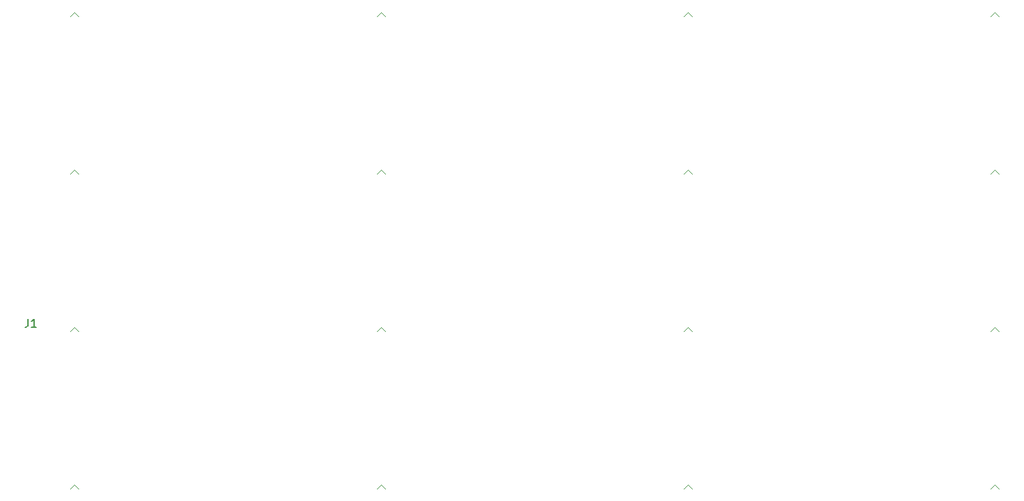
<source format=gbr>
%TF.GenerationSoftware,KiCad,Pcbnew,7.0.9*%
%TF.CreationDate,2024-05-27T22:26:10+09:00*%
%TF.ProjectId,segments-2-the-absurd,7365676d-656e-4747-932d-322d7468652d,rev?*%
%TF.SameCoordinates,Original*%
%TF.FileFunction,Legend,Top*%
%TF.FilePolarity,Positive*%
%FSLAX46Y46*%
G04 Gerber Fmt 4.6, Leading zero omitted, Abs format (unit mm)*
G04 Created by KiCad (PCBNEW 7.0.9) date 2024-05-27 22:26:10*
%MOMM*%
%LPD*%
G01*
G04 APERTURE LIST*
%ADD10C,0.150000*%
%ADD11C,0.120000*%
%ADD12R,1.100000X1.100000*%
%ADD13C,1.100000*%
%ADD14C,3.000000*%
%ADD15R,3.000000X3.000000*%
%ADD16R,1.000000X1.000000*%
%ADD17O,1.000000X1.000000*%
%ADD18R,1.700000X1.700000*%
%ADD19O,1.700000X1.700000*%
G04 APERTURE END LIST*
D10*
X211391066Y-158099419D02*
X211391066Y-158813704D01*
X211391066Y-158813704D02*
X211343447Y-158956561D01*
X211343447Y-158956561D02*
X211248209Y-159051800D01*
X211248209Y-159051800D02*
X211105352Y-159099419D01*
X211105352Y-159099419D02*
X211010114Y-159099419D01*
X212391066Y-159099419D02*
X211819638Y-159099419D01*
X212105352Y-159099419D02*
X212105352Y-158099419D01*
X212105352Y-158099419D02*
X212010114Y-158242276D01*
X212010114Y-158242276D02*
X211914876Y-158337514D01*
X211914876Y-158337514D02*
X211819638Y-158385133D01*
D11*
%TO.C,D12*%
X331466000Y-159104000D02*
X330958000Y-159612000D01*
X331466000Y-159104000D02*
X331974000Y-159612000D01*
X331974000Y-159612000D02*
X331466000Y-159104000D01*
%TO.C,D2*%
X255267000Y-119988000D02*
X254759000Y-120496000D01*
X255267000Y-119988000D02*
X255775000Y-120496000D01*
X255775000Y-120496000D02*
X255267000Y-119988000D01*
%TO.C,D6*%
X255266000Y-139546000D02*
X254758000Y-140054000D01*
X255266000Y-139546000D02*
X255774000Y-140054000D01*
X255774000Y-140054000D02*
X255266000Y-139546000D01*
%TO.C,D8*%
X331466000Y-139546000D02*
X330958000Y-140054000D01*
X331466000Y-139546000D02*
X331974000Y-140054000D01*
X331974000Y-140054000D02*
X331466000Y-139546000D01*
%TO.C,D7*%
X293366000Y-139546000D02*
X292858000Y-140054000D01*
X293366000Y-139546000D02*
X293874000Y-140054000D01*
X293874000Y-140054000D02*
X293366000Y-139546000D01*
%TO.C,D1*%
X217167000Y-119988000D02*
X216659000Y-120496000D01*
X217167000Y-119988000D02*
X217675000Y-120496000D01*
X217675000Y-120496000D02*
X217167000Y-119988000D01*
%TO.C,D15*%
X293366000Y-178662000D02*
X292858000Y-179170000D01*
X293366000Y-178662000D02*
X293874000Y-179170000D01*
X293874000Y-179170000D02*
X293366000Y-178662000D01*
%TO.C,D5*%
X217166000Y-139546000D02*
X216658000Y-140054000D01*
X217166000Y-139546000D02*
X217674000Y-140054000D01*
X217674000Y-140054000D02*
X217166000Y-139546000D01*
%TO.C,D3*%
X293368000Y-119990000D02*
X292860000Y-120498000D01*
X293368000Y-119990000D02*
X293876000Y-120498000D01*
X293876000Y-120498000D02*
X293368000Y-119990000D01*
%TO.C,D9*%
X217166000Y-159104000D02*
X216658000Y-159612000D01*
X217166000Y-159104000D02*
X217674000Y-159612000D01*
X217674000Y-159612000D02*
X217166000Y-159104000D01*
%TO.C,D16*%
X331466000Y-178662000D02*
X330958000Y-179170000D01*
X331466000Y-178662000D02*
X331974000Y-179170000D01*
X331974000Y-179170000D02*
X331466000Y-178662000D01*
%TO.C,D11*%
X293367000Y-159102000D02*
X292859000Y-159610000D01*
X293367000Y-159102000D02*
X293875000Y-159610000D01*
X293875000Y-159610000D02*
X293367000Y-159102000D01*
%TO.C,D10*%
X255266000Y-159104000D02*
X254758000Y-159612000D01*
X255266000Y-159104000D02*
X255774000Y-159612000D01*
X255774000Y-159612000D02*
X255266000Y-159104000D01*
%TO.C,D13*%
X217166000Y-178662000D02*
X216658000Y-179170000D01*
X217166000Y-178662000D02*
X217674000Y-179170000D01*
X217674000Y-179170000D02*
X217166000Y-178662000D01*
%TO.C,D4*%
X331468000Y-119990000D02*
X330960000Y-120498000D01*
X331468000Y-119990000D02*
X331976000Y-120498000D01*
X331976000Y-120498000D02*
X331468000Y-119990000D01*
%TO.C,D14*%
X255266000Y-178662000D02*
X254758000Y-179170000D01*
X255266000Y-178662000D02*
X255774000Y-179170000D01*
X255774000Y-179170000D02*
X255266000Y-178662000D01*
%TD*%
%LPC*%
D12*
%TO.C,D12*%
X331470000Y-158494000D03*
D13*
X334010000Y-158494000D03*
X336550000Y-158494000D03*
X339090000Y-158494000D03*
X341630000Y-158494000D03*
X344170000Y-158494000D03*
X344170000Y-143254000D03*
X341630000Y-143254000D03*
X339090000Y-143254000D03*
X336550000Y-143254000D03*
X334010000Y-143254000D03*
X331470000Y-143254000D03*
%TD*%
D12*
%TO.C,D2*%
X255271000Y-119378000D03*
D13*
X257811000Y-119378000D03*
X260351000Y-119378000D03*
X262891000Y-119378000D03*
X265431000Y-119378000D03*
X267971000Y-119378000D03*
X267971000Y-104138000D03*
X265431000Y-104138000D03*
X262891000Y-104138000D03*
X260351000Y-104138000D03*
X257811000Y-104138000D03*
X255271000Y-104138000D03*
%TD*%
D14*
%TO.C,REF\u002A\u002A*%
X360680000Y-102870000D03*
%TD*%
D15*
%TO.C,J1*%
X211775200Y-162030400D03*
D14*
X211775200Y-167030400D03*
X211775200Y-172030400D03*
%TD*%
D12*
%TO.C,D6*%
X255270000Y-138936000D03*
D13*
X257810000Y-138936000D03*
X260350000Y-138936000D03*
X262890000Y-138936000D03*
X265430000Y-138936000D03*
X267970000Y-138936000D03*
X267970000Y-123696000D03*
X265430000Y-123696000D03*
X262890000Y-123696000D03*
X260350000Y-123696000D03*
X257810000Y-123696000D03*
X255270000Y-123696000D03*
%TD*%
D12*
%TO.C,D8*%
X331470000Y-138936000D03*
D13*
X334010000Y-138936000D03*
X336550000Y-138936000D03*
X339090000Y-138936000D03*
X341630000Y-138936000D03*
X344170000Y-138936000D03*
X344170000Y-123696000D03*
X341630000Y-123696000D03*
X339090000Y-123696000D03*
X336550000Y-123696000D03*
X334010000Y-123696000D03*
X331470000Y-123696000D03*
%TD*%
D12*
%TO.C,D7*%
X293370000Y-138936000D03*
D13*
X295910000Y-138936000D03*
X298450000Y-138936000D03*
X300990000Y-138936000D03*
X303530000Y-138936000D03*
X306070000Y-138936000D03*
X306070000Y-123696000D03*
X303530000Y-123696000D03*
X300990000Y-123696000D03*
X298450000Y-123696000D03*
X295910000Y-123696000D03*
X293370000Y-123696000D03*
%TD*%
D12*
%TO.C,D1*%
X217171000Y-119378000D03*
D13*
X219711000Y-119378000D03*
X222251000Y-119378000D03*
X224791000Y-119378000D03*
X227331000Y-119378000D03*
X229871000Y-119378000D03*
X229871000Y-104138000D03*
X227331000Y-104138000D03*
X224791000Y-104138000D03*
X222251000Y-104138000D03*
X219711000Y-104138000D03*
X217171000Y-104138000D03*
%TD*%
D12*
%TO.C,D15*%
X293370000Y-178052000D03*
D13*
X295910000Y-178052000D03*
X298450000Y-178052000D03*
X300990000Y-178052000D03*
X303530000Y-178052000D03*
X306070000Y-178052000D03*
X306070000Y-162812000D03*
X303530000Y-162812000D03*
X300990000Y-162812000D03*
X298450000Y-162812000D03*
X295910000Y-162812000D03*
X293370000Y-162812000D03*
%TD*%
D14*
%TO.C,REF\u002A\u002A*%
X360680000Y-177292000D03*
%TD*%
D12*
%TO.C,D5*%
X217170000Y-138936000D03*
D13*
X219710000Y-138936000D03*
X222250000Y-138936000D03*
X224790000Y-138936000D03*
X227330000Y-138936000D03*
X229870000Y-138936000D03*
X229870000Y-123696000D03*
X227330000Y-123696000D03*
X224790000Y-123696000D03*
X222250000Y-123696000D03*
X219710000Y-123696000D03*
X217170000Y-123696000D03*
%TD*%
D14*
%TO.C,REF\u002A\u002A*%
X200660000Y-177292000D03*
%TD*%
D12*
%TO.C,D3*%
X293372000Y-119380000D03*
D13*
X295912000Y-119380000D03*
X298452000Y-119380000D03*
X300992000Y-119380000D03*
X303532000Y-119380000D03*
X306072000Y-119380000D03*
X306072000Y-104140000D03*
X303532000Y-104140000D03*
X300992000Y-104140000D03*
X298452000Y-104140000D03*
X295912000Y-104140000D03*
X293372000Y-104140000D03*
%TD*%
D14*
%TO.C,REF\u002A\u002A*%
X200507600Y-102946200D03*
%TD*%
D12*
%TO.C,D9*%
X217170000Y-158494000D03*
D13*
X219710000Y-158494000D03*
X222250000Y-158494000D03*
X224790000Y-158494000D03*
X227330000Y-158494000D03*
X229870000Y-158494000D03*
X229870000Y-143254000D03*
X227330000Y-143254000D03*
X224790000Y-143254000D03*
X222250000Y-143254000D03*
X219710000Y-143254000D03*
X217170000Y-143254000D03*
%TD*%
D12*
%TO.C,D16*%
X331470000Y-178052000D03*
D13*
X334010000Y-178052000D03*
X336550000Y-178052000D03*
X339090000Y-178052000D03*
X341630000Y-178052000D03*
X344170000Y-178052000D03*
X344170000Y-162812000D03*
X341630000Y-162812000D03*
X339090000Y-162812000D03*
X336550000Y-162812000D03*
X334010000Y-162812000D03*
X331470000Y-162812000D03*
%TD*%
D12*
%TO.C,D11*%
X293371000Y-158492000D03*
D13*
X295911000Y-158492000D03*
X298451000Y-158492000D03*
X300991000Y-158492000D03*
X303531000Y-158492000D03*
X306071000Y-158492000D03*
X306071000Y-143252000D03*
X303531000Y-143252000D03*
X300991000Y-143252000D03*
X298451000Y-143252000D03*
X295911000Y-143252000D03*
X293371000Y-143252000D03*
%TD*%
D12*
%TO.C,D10*%
X255270000Y-158494000D03*
D13*
X257810000Y-158494000D03*
X260350000Y-158494000D03*
X262890000Y-158494000D03*
X265430000Y-158494000D03*
X267970000Y-158494000D03*
X267970000Y-143254000D03*
X265430000Y-143254000D03*
X262890000Y-143254000D03*
X260350000Y-143254000D03*
X257810000Y-143254000D03*
X255270000Y-143254000D03*
%TD*%
D12*
%TO.C,D13*%
X217170000Y-178052000D03*
D13*
X219710000Y-178052000D03*
X222250000Y-178052000D03*
X224790000Y-178052000D03*
X227330000Y-178052000D03*
X229870000Y-178052000D03*
X229870000Y-162812000D03*
X227330000Y-162812000D03*
X224790000Y-162812000D03*
X222250000Y-162812000D03*
X219710000Y-162812000D03*
X217170000Y-162812000D03*
%TD*%
D12*
%TO.C,D4*%
X331472000Y-119380000D03*
D13*
X334012000Y-119380000D03*
X336552000Y-119380000D03*
X339092000Y-119380000D03*
X341632000Y-119380000D03*
X344172000Y-119380000D03*
X344172000Y-104140000D03*
X341632000Y-104140000D03*
X339092000Y-104140000D03*
X336552000Y-104140000D03*
X334012000Y-104140000D03*
X331472000Y-104140000D03*
%TD*%
D12*
%TO.C,D14*%
X255270000Y-178052000D03*
D13*
X257810000Y-178052000D03*
X260350000Y-178052000D03*
X262890000Y-178052000D03*
X265430000Y-178052000D03*
X267970000Y-178052000D03*
X267970000Y-162812000D03*
X265430000Y-162812000D03*
X262890000Y-162812000D03*
X260350000Y-162812000D03*
X257810000Y-162812000D03*
X255270000Y-162812000D03*
%TD*%
D16*
%TO.C,J7*%
X214630000Y-118872000D03*
D17*
X214630000Y-120142000D03*
%TD*%
D16*
%TO.C,J8*%
X208026000Y-149098000D03*
D17*
X208026000Y-150368000D03*
%TD*%
D18*
%TO.C,J13*%
X228346000Y-168016000D03*
D19*
X228346000Y-170556000D03*
%TD*%
D18*
%TO.C,J2*%
X211074000Y-104394000D03*
D19*
X211074000Y-106934000D03*
X211074000Y-109474000D03*
X211074000Y-112014000D03*
X211074000Y-114554000D03*
X211074000Y-117094000D03*
X211074000Y-119634000D03*
X211074000Y-122174000D03*
%TD*%
D18*
%TO.C,J15*%
X304800000Y-128900000D03*
D19*
X304800000Y-131440000D03*
%TD*%
D16*
%TO.C,J18*%
X214884000Y-113279000D03*
D17*
X214884000Y-114549000D03*
X214884000Y-115819000D03*
%TD*%
D18*
%TO.C,J14*%
X244348000Y-144272000D03*
D19*
X241808000Y-144272000D03*
%TD*%
D18*
%TO.C,J4*%
X218186000Y-106680000D03*
D19*
X220726000Y-106680000D03*
X223266000Y-106680000D03*
X225806000Y-106680000D03*
X228346000Y-106680000D03*
%TD*%
D18*
%TO.C,J20*%
X232867200Y-131673600D03*
D19*
X232867200Y-134213600D03*
%TD*%
D18*
%TO.C,J11*%
X238760000Y-123190000D03*
D19*
X238760000Y-125730000D03*
%TD*%
D18*
%TO.C,J16*%
X305135000Y-168981000D03*
D19*
X305135000Y-171521000D03*
%TD*%
D18*
%TO.C,J12*%
X249682000Y-105918000D03*
D19*
X247142000Y-105918000D03*
%TD*%
D18*
%TO.C,J9*%
X304800000Y-109723000D03*
D19*
X304800000Y-112263000D03*
%TD*%
D18*
%TO.C,J10*%
X306197000Y-146304000D03*
D19*
X306197000Y-148844000D03*
%TD*%
D18*
%TO.C,J6*%
X207777000Y-153924000D03*
D19*
X210317000Y-153924000D03*
X212857000Y-153924000D03*
X215397000Y-153924000D03*
X217937000Y-153924000D03*
%TD*%
D16*
%TO.C,J19*%
X208026000Y-143505000D03*
D17*
X208026000Y-144775000D03*
X208026000Y-146045000D03*
%TD*%
D18*
%TO.C,J17*%
X235991400Y-131673600D03*
D19*
X235991400Y-134213600D03*
%TD*%
%LPD*%
M02*

</source>
